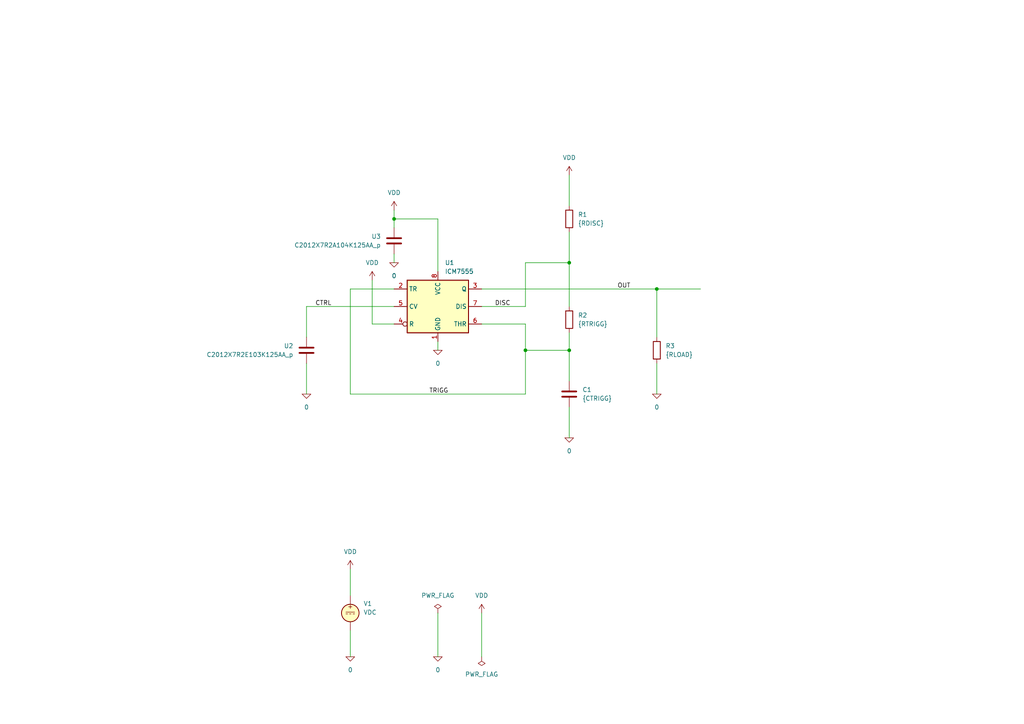
<source format=kicad_sch>
(kicad_sch
	(version 20231120)
	(generator "eeschema")
	(generator_version "8.0")
	(uuid "0836ce9d-48bc-478d-8c8a-463d3421876c")
	(paper "A4")
	(title_block
		(title "Square wave generator")
		(date "2024-09-09")
		(rev "2")
		(company "astroelectronic@")
		(comment 1 "-")
		(comment 2 "-")
		(comment 3 "-")
		(comment 4 "AE01004555")
	)
	(lib_symbols
		(symbol "ICM7555:0"
			(power)
			(pin_names
				(offset 0)
			)
			(exclude_from_sim no)
			(in_bom yes)
			(on_board yes)
			(property "Reference" "#GND"
				(at 0 -2.54 0)
				(effects
					(font
						(size 1.27 1.27)
					)
					(hide yes)
				)
			)
			(property "Value" "0"
				(at 0 -1.778 0)
				(effects
					(font
						(size 1.27 1.27)
					)
				)
			)
			(property "Footprint" ""
				(at 0 0 0)
				(effects
					(font
						(size 1.27 1.27)
					)
					(hide yes)
				)
			)
			(property "Datasheet" "~"
				(at 0 0 0)
				(effects
					(font
						(size 1.27 1.27)
					)
					(hide yes)
				)
			)
			(property "Description" "0V reference potential for simulation"
				(at 0 0 0)
				(effects
					(font
						(size 1.27 1.27)
					)
					(hide yes)
				)
			)
			(property "ki_keywords" "simulation"
				(at 0 0 0)
				(effects
					(font
						(size 1.27 1.27)
					)
					(hide yes)
				)
			)
			(symbol "0_0_1"
				(polyline
					(pts
						(xy -1.27 0) (xy 0 -1.27) (xy 1.27 0) (xy -1.27 0)
					)
					(stroke
						(width 0)
						(type default)
					)
					(fill
						(type none)
					)
				)
			)
			(symbol "0_1_1"
				(pin power_in line
					(at 0 0 0)
					(length 0) hide
					(name "0"
						(effects
							(font
								(size 1.016 1.016)
							)
						)
					)
					(number "1"
						(effects
							(font
								(size 1.016 1.016)
							)
						)
					)
				)
			)
		)
		(symbol "ICM7555:C"
			(pin_numbers hide)
			(pin_names
				(offset 0.254)
			)
			(exclude_from_sim no)
			(in_bom yes)
			(on_board yes)
			(property "Reference" "C"
				(at 0.635 2.54 0)
				(effects
					(font
						(size 1.27 1.27)
					)
					(justify left)
				)
			)
			(property "Value" "C"
				(at 0.635 -2.54 0)
				(effects
					(font
						(size 1.27 1.27)
					)
					(justify left)
				)
			)
			(property "Footprint" ""
				(at 0.9652 -3.81 0)
				(effects
					(font
						(size 1.27 1.27)
					)
					(hide yes)
				)
			)
			(property "Datasheet" "~"
				(at 0 0 0)
				(effects
					(font
						(size 1.27 1.27)
					)
					(hide yes)
				)
			)
			(property "Description" "Unpolarized capacitor"
				(at 0 0 0)
				(effects
					(font
						(size 1.27 1.27)
					)
					(hide yes)
				)
			)
			(property "ki_keywords" "cap capacitor"
				(at 0 0 0)
				(effects
					(font
						(size 1.27 1.27)
					)
					(hide yes)
				)
			)
			(property "ki_fp_filters" "C_*"
				(at 0 0 0)
				(effects
					(font
						(size 1.27 1.27)
					)
					(hide yes)
				)
			)
			(symbol "C_0_1"
				(polyline
					(pts
						(xy -2.032 -0.762) (xy 2.032 -0.762)
					)
					(stroke
						(width 0.508)
						(type default)
					)
					(fill
						(type none)
					)
				)
				(polyline
					(pts
						(xy -2.032 0.762) (xy 2.032 0.762)
					)
					(stroke
						(width 0.508)
						(type default)
					)
					(fill
						(type none)
					)
				)
			)
			(symbol "C_1_1"
				(pin passive line
					(at 0 3.81 270)
					(length 2.794)
					(name "~"
						(effects
							(font
								(size 1.27 1.27)
							)
						)
					)
					(number "1"
						(effects
							(font
								(size 1.27 1.27)
							)
						)
					)
				)
				(pin passive line
					(at 0 -3.81 90)
					(length 2.794)
					(name "~"
						(effects
							(font
								(size 1.27 1.27)
							)
						)
					)
					(number "2"
						(effects
							(font
								(size 1.27 1.27)
							)
						)
					)
				)
			)
		)
		(symbol "ICM7555:ICM7555"
			(exclude_from_sim no)
			(in_bom yes)
			(on_board yes)
			(property "Reference" "U"
				(at -10.16 8.89 0)
				(effects
					(font
						(size 1.27 1.27)
					)
					(justify left)
				)
			)
			(property "Value" "ICM7555"
				(at 2.54 8.89 0)
				(effects
					(font
						(size 1.27 1.27)
					)
					(justify left)
				)
			)
			(property "Footprint" "Package_SO:SOIC-8_3.9x4.9mm_P1.27mm"
				(at 21.59 -10.16 0)
				(effects
					(font
						(size 1.27 1.27)
					)
					(hide yes)
				)
			)
			(property "Datasheet" "http://www.intersil.com/content/dam/Intersil/documents/icm7/icm7555-56.pdf"
				(at 21.59 -10.16 0)
				(effects
					(font
						(size 1.27 1.27)
					)
					(hide yes)
				)
			)
			(property "Description" "CMOS General Purpose Timer, 555 compatible, SOIC-8. Simulation model"
				(at 0 0 0)
				(effects
					(font
						(size 1.27 1.27)
					)
					(hide yes)
				)
			)
			(property "ki_keywords" "single timer 555"
				(at 0 0 0)
				(effects
					(font
						(size 1.27 1.27)
					)
					(hide yes)
				)
			)
			(property "ki_fp_filters" "SOIC*3.9x4.9mm*P1.27mm*"
				(at 0 0 0)
				(effects
					(font
						(size 1.27 1.27)
					)
					(hide yes)
				)
			)
			(symbol "ICM7555_0_0"
				(pin power_in line
					(at 0 -10.16 90)
					(length 2.54)
					(name "GND"
						(effects
							(font
								(size 1.27 1.27)
							)
						)
					)
					(number "1"
						(effects
							(font
								(size 1.27 1.27)
							)
						)
					)
				)
				(pin power_in line
					(at 0 10.16 270)
					(length 2.54)
					(name "VCC"
						(effects
							(font
								(size 1.27 1.27)
							)
						)
					)
					(number "8"
						(effects
							(font
								(size 1.27 1.27)
							)
						)
					)
				)
			)
			(symbol "ICM7555_0_1"
				(rectangle
					(start -8.89 -7.62)
					(end 8.89 7.62)
					(stroke
						(width 0.254)
						(type default)
					)
					(fill
						(type background)
					)
				)
				(rectangle
					(start -8.89 -7.62)
					(end 8.89 7.62)
					(stroke
						(width 0.254)
						(type default)
					)
					(fill
						(type background)
					)
				)
			)
			(symbol "ICM7555_1_1"
				(pin input line
					(at -12.7 5.08 0)
					(length 3.81)
					(name "TR"
						(effects
							(font
								(size 1.27 1.27)
							)
						)
					)
					(number "2"
						(effects
							(font
								(size 1.27 1.27)
							)
						)
					)
				)
				(pin output line
					(at 12.7 5.08 180)
					(length 3.81)
					(name "Q"
						(effects
							(font
								(size 1.27 1.27)
							)
						)
					)
					(number "3"
						(effects
							(font
								(size 1.27 1.27)
							)
						)
					)
				)
				(pin input inverted
					(at -12.7 -5.08 0)
					(length 3.81)
					(name "R"
						(effects
							(font
								(size 1.27 1.27)
							)
						)
					)
					(number "4"
						(effects
							(font
								(size 1.27 1.27)
							)
						)
					)
				)
				(pin input line
					(at -12.7 0 0)
					(length 3.81)
					(name "CV"
						(effects
							(font
								(size 1.27 1.27)
							)
						)
					)
					(number "5"
						(effects
							(font
								(size 1.27 1.27)
							)
						)
					)
				)
				(pin input line
					(at 12.7 -5.08 180)
					(length 3.81)
					(name "THR"
						(effects
							(font
								(size 1.27 1.27)
							)
						)
					)
					(number "6"
						(effects
							(font
								(size 1.27 1.27)
							)
						)
					)
				)
				(pin input line
					(at 12.7 0 180)
					(length 3.81)
					(name "DIS"
						(effects
							(font
								(size 1.27 1.27)
							)
						)
					)
					(number "7"
						(effects
							(font
								(size 1.27 1.27)
							)
						)
					)
				)
			)
		)
		(symbol "ICM7555:PWR_FLAG"
			(power)
			(pin_numbers hide)
			(pin_names
				(offset 0) hide)
			(exclude_from_sim no)
			(in_bom yes)
			(on_board yes)
			(property "Reference" "#FLG"
				(at 0 1.905 0)
				(effects
					(font
						(size 1.27 1.27)
					)
					(hide yes)
				)
			)
			(property "Value" "PWR_FLAG"
				(at 0 3.81 0)
				(effects
					(font
						(size 1.27 1.27)
					)
				)
			)
			(property "Footprint" ""
				(at 0 0 0)
				(effects
					(font
						(size 1.27 1.27)
					)
					(hide yes)
				)
			)
			(property "Datasheet" "~"
				(at 0 0 0)
				(effects
					(font
						(size 1.27 1.27)
					)
					(hide yes)
				)
			)
			(property "Description" "Special symbol for telling ERC where power comes from"
				(at 0 0 0)
				(effects
					(font
						(size 1.27 1.27)
					)
					(hide yes)
				)
			)
			(property "ki_keywords" "flag power"
				(at 0 0 0)
				(effects
					(font
						(size 1.27 1.27)
					)
					(hide yes)
				)
			)
			(symbol "PWR_FLAG_0_0"
				(pin power_out line
					(at 0 0 90)
					(length 0)
					(name "pwr"
						(effects
							(font
								(size 1.27 1.27)
							)
						)
					)
					(number "1"
						(effects
							(font
								(size 1.27 1.27)
							)
						)
					)
				)
			)
			(symbol "PWR_FLAG_0_1"
				(polyline
					(pts
						(xy 0 0) (xy 0 1.27) (xy -1.016 1.905) (xy 0 2.54) (xy 1.016 1.905) (xy 0 1.27)
					)
					(stroke
						(width 0)
						(type default)
					)
					(fill
						(type none)
					)
				)
			)
		)
		(symbol "ICM7555:R"
			(pin_numbers hide)
			(pin_names
				(offset 0)
			)
			(exclude_from_sim no)
			(in_bom yes)
			(on_board yes)
			(property "Reference" "R"
				(at 2.032 0 90)
				(effects
					(font
						(size 1.27 1.27)
					)
				)
			)
			(property "Value" "R"
				(at 0 0 90)
				(effects
					(font
						(size 1.27 1.27)
					)
				)
			)
			(property "Footprint" ""
				(at -1.778 0 90)
				(effects
					(font
						(size 1.27 1.27)
					)
					(hide yes)
				)
			)
			(property "Datasheet" "~"
				(at 0 0 0)
				(effects
					(font
						(size 1.27 1.27)
					)
					(hide yes)
				)
			)
			(property "Description" "Resistor"
				(at 0 0 0)
				(effects
					(font
						(size 1.27 1.27)
					)
					(hide yes)
				)
			)
			(property "ki_keywords" "R res resistor"
				(at 0 0 0)
				(effects
					(font
						(size 1.27 1.27)
					)
					(hide yes)
				)
			)
			(property "ki_fp_filters" "R_*"
				(at 0 0 0)
				(effects
					(font
						(size 1.27 1.27)
					)
					(hide yes)
				)
			)
			(symbol "R_0_1"
				(rectangle
					(start -1.016 -2.54)
					(end 1.016 2.54)
					(stroke
						(width 0.254)
						(type default)
					)
					(fill
						(type none)
					)
				)
			)
			(symbol "R_1_1"
				(pin passive line
					(at 0 3.81 270)
					(length 1.27)
					(name "~"
						(effects
							(font
								(size 1.27 1.27)
							)
						)
					)
					(number "1"
						(effects
							(font
								(size 1.27 1.27)
							)
						)
					)
				)
				(pin passive line
					(at 0 -3.81 90)
					(length 1.27)
					(name "~"
						(effects
							(font
								(size 1.27 1.27)
							)
						)
					)
					(number "2"
						(effects
							(font
								(size 1.27 1.27)
							)
						)
					)
				)
			)
		)
		(symbol "ICM7555:VDC"
			(pin_numbers hide)
			(pin_names
				(offset 0.0254)
			)
			(exclude_from_sim no)
			(in_bom yes)
			(on_board yes)
			(property "Reference" "V"
				(at 2.54 2.54 0)
				(effects
					(font
						(size 1.27 1.27)
					)
					(justify left)
				)
			)
			(property "Value" "1"
				(at 2.54 0 0)
				(effects
					(font
						(size 1.27 1.27)
					)
					(justify left)
				)
			)
			(property "Footprint" ""
				(at 0 0 0)
				(effects
					(font
						(size 1.27 1.27)
					)
					(hide yes)
				)
			)
			(property "Datasheet" "~"
				(at 0 0 0)
				(effects
					(font
						(size 1.27 1.27)
					)
					(hide yes)
				)
			)
			(property "Description" "Voltage source, DC"
				(at 0 0 0)
				(effects
					(font
						(size 1.27 1.27)
					)
					(hide yes)
				)
			)
			(property "Sim.Pins" "1=+ 2=-"
				(at 0 0 0)
				(effects
					(font
						(size 1.27 1.27)
					)
					(hide yes)
				)
			)
			(property "Sim.Type" "DC"
				(at 0 0 0)
				(effects
					(font
						(size 1.27 1.27)
					)
					(hide yes)
				)
			)
			(property "Sim.Device" "V"
				(at 0 0 0)
				(effects
					(font
						(size 1.27 1.27)
					)
					(justify left)
					(hide yes)
				)
			)
			(property "Spice_Netlist_Enabled" "Y"
				(at 0 0 0)
				(effects
					(font
						(size 1.27 1.27)
					)
					(justify left)
					(hide yes)
				)
			)
			(property "ki_keywords" "simulation"
				(at 0 0 0)
				(effects
					(font
						(size 1.27 1.27)
					)
					(hide yes)
				)
			)
			(symbol "VDC_0_0"
				(polyline
					(pts
						(xy -1.27 0.254) (xy 1.27 0.254)
					)
					(stroke
						(width 0)
						(type default)
					)
					(fill
						(type none)
					)
				)
				(polyline
					(pts
						(xy -0.762 -0.254) (xy -1.27 -0.254)
					)
					(stroke
						(width 0)
						(type default)
					)
					(fill
						(type none)
					)
				)
				(polyline
					(pts
						(xy 0.254 -0.254) (xy -0.254 -0.254)
					)
					(stroke
						(width 0)
						(type default)
					)
					(fill
						(type none)
					)
				)
				(polyline
					(pts
						(xy 1.27 -0.254) (xy 0.762 -0.254)
					)
					(stroke
						(width 0)
						(type default)
					)
					(fill
						(type none)
					)
				)
				(text "+"
					(at 0 1.905 0)
					(effects
						(font
							(size 1.27 1.27)
						)
					)
				)
			)
			(symbol "VDC_0_1"
				(circle
					(center 0 0)
					(radius 2.54)
					(stroke
						(width 0.254)
						(type default)
					)
					(fill
						(type background)
					)
				)
			)
			(symbol "VDC_1_1"
				(pin passive line
					(at 0 5.08 270)
					(length 2.54)
					(name "~"
						(effects
							(font
								(size 1.27 1.27)
							)
						)
					)
					(number "1"
						(effects
							(font
								(size 1.27 1.27)
							)
						)
					)
				)
				(pin passive line
					(at 0 -5.08 90)
					(length 2.54)
					(name "~"
						(effects
							(font
								(size 1.27 1.27)
							)
						)
					)
					(number "2"
						(effects
							(font
								(size 1.27 1.27)
							)
						)
					)
				)
			)
		)
		(symbol "ICM7555:VDD"
			(power)
			(pin_names
				(offset 0)
			)
			(exclude_from_sim no)
			(in_bom yes)
			(on_board yes)
			(property "Reference" "#PWR"
				(at 0 -3.81 0)
				(effects
					(font
						(size 1.27 1.27)
					)
					(hide yes)
				)
			)
			(property "Value" "VDD"
				(at 0 3.81 0)
				(effects
					(font
						(size 1.27 1.27)
					)
				)
			)
			(property "Footprint" ""
				(at 0 0 0)
				(effects
					(font
						(size 1.27 1.27)
					)
					(hide yes)
				)
			)
			(property "Datasheet" ""
				(at 0 0 0)
				(effects
					(font
						(size 1.27 1.27)
					)
					(hide yes)
				)
			)
			(property "Description" "Power symbol creates a global label with name \"VDD\""
				(at 0 0 0)
				(effects
					(font
						(size 1.27 1.27)
					)
					(hide yes)
				)
			)
			(property "ki_keywords" "global power"
				(at 0 0 0)
				(effects
					(font
						(size 1.27 1.27)
					)
					(hide yes)
				)
			)
			(symbol "VDD_0_1"
				(polyline
					(pts
						(xy -0.762 1.27) (xy 0 2.54)
					)
					(stroke
						(width 0)
						(type default)
					)
					(fill
						(type none)
					)
				)
				(polyline
					(pts
						(xy 0 0) (xy 0 2.54)
					)
					(stroke
						(width 0)
						(type default)
					)
					(fill
						(type none)
					)
				)
				(polyline
					(pts
						(xy 0 2.54) (xy 0.762 1.27)
					)
					(stroke
						(width 0)
						(type default)
					)
					(fill
						(type none)
					)
				)
			)
			(symbol "VDD_1_1"
				(pin power_in line
					(at 0 0 90)
					(length 0) hide
					(name "VDD"
						(effects
							(font
								(size 1.27 1.27)
							)
						)
					)
					(number "1"
						(effects
							(font
								(size 1.27 1.27)
							)
						)
					)
				)
			)
		)
	)
	(junction
		(at 152.4 101.6)
		(diameter 0)
		(color 0 0 0 0)
		(uuid "5bfc8f71-78fc-4616-94c4-ec5ac5efa90e")
	)
	(junction
		(at 165.1 76.2)
		(diameter 0)
		(color 0 0 0 0)
		(uuid "6de3ad4e-5955-426e-bf55-8b98b6626e3c")
	)
	(junction
		(at 114.3 63.5)
		(diameter 0)
		(color 0 0 0 0)
		(uuid "ec481fb8-29da-4d05-a953-b7eef85150c9")
	)
	(junction
		(at 165.1 101.6)
		(diameter 0)
		(color 0 0 0 0)
		(uuid "f3073a3d-a643-44b7-bb45-053f28f6d659")
	)
	(junction
		(at 190.5 83.82)
		(diameter 0)
		(color 0 0 0 0)
		(uuid "fff76374-850c-45ac-a1b8-f374083fdb18")
	)
	(wire
		(pts
			(xy 139.7 177.8) (xy 139.7 190.5)
		)
		(stroke
			(width 0)
			(type default)
		)
		(uuid "156c5eae-dd6a-45e0-9de0-b367556b8f67")
	)
	(wire
		(pts
			(xy 165.1 101.6) (xy 165.1 110.49)
		)
		(stroke
			(width 0)
			(type default)
		)
		(uuid "1b601d8b-dbca-44d5-900d-22995022a060")
	)
	(wire
		(pts
			(xy 165.1 67.31) (xy 165.1 76.2)
		)
		(stroke
			(width 0)
			(type default)
		)
		(uuid "25aea0ed-03f8-423a-aecb-0f37b35e3d8b")
	)
	(wire
		(pts
			(xy 127 99.06) (xy 127 101.6)
		)
		(stroke
			(width 0)
			(type default)
		)
		(uuid "42a077d4-70b6-4d69-ba6f-9a0765305212")
	)
	(wire
		(pts
			(xy 152.4 93.98) (xy 139.7 93.98)
		)
		(stroke
			(width 0)
			(type default)
		)
		(uuid "45177abf-a115-4f32-9252-b93b2012e14f")
	)
	(wire
		(pts
			(xy 114.3 83.82) (xy 101.6 83.82)
		)
		(stroke
			(width 0)
			(type default)
		)
		(uuid "4783fc11-4c90-4f89-8828-f9b1644be9dd")
	)
	(wire
		(pts
			(xy 114.3 60.96) (xy 114.3 63.5)
		)
		(stroke
			(width 0)
			(type default)
		)
		(uuid "4d525d0e-80d9-4b7c-b518-26d8466fe972")
	)
	(wire
		(pts
			(xy 165.1 50.8) (xy 165.1 59.69)
		)
		(stroke
			(width 0)
			(type default)
		)
		(uuid "4f0d0930-12ec-4595-b0a4-ca3128db6557")
	)
	(wire
		(pts
			(xy 107.95 81.28) (xy 107.95 93.98)
		)
		(stroke
			(width 0)
			(type default)
		)
		(uuid "50089e93-3c28-40ea-9824-4cdb7f966b32")
	)
	(wire
		(pts
			(xy 190.5 83.82) (xy 190.5 97.79)
		)
		(stroke
			(width 0)
			(type default)
		)
		(uuid "57aa31e3-1183-497b-99b4-86d395185ccf")
	)
	(wire
		(pts
			(xy 152.4 101.6) (xy 165.1 101.6)
		)
		(stroke
			(width 0)
			(type default)
		)
		(uuid "5da07e68-4213-42ae-8d5f-65ae7e18ce13")
	)
	(wire
		(pts
			(xy 101.6 114.3) (xy 152.4 114.3)
		)
		(stroke
			(width 0)
			(type default)
		)
		(uuid "6034e17c-b969-4f58-92b6-2c1718cddae7")
	)
	(wire
		(pts
			(xy 152.4 88.9) (xy 139.7 88.9)
		)
		(stroke
			(width 0)
			(type default)
		)
		(uuid "6120b3ad-c3c2-4e7a-9819-682b58652356")
	)
	(wire
		(pts
			(xy 190.5 105.41) (xy 190.5 114.3)
		)
		(stroke
			(width 0)
			(type default)
		)
		(uuid "66f3b023-340c-4e3a-994b-02e2be40d415")
	)
	(wire
		(pts
			(xy 190.5 83.82) (xy 203.2 83.82)
		)
		(stroke
			(width 0)
			(type default)
		)
		(uuid "68c25df0-5772-450e-8c29-4937d329d786")
	)
	(wire
		(pts
			(xy 114.3 63.5) (xy 127 63.5)
		)
		(stroke
			(width 0)
			(type default)
		)
		(uuid "6cd18d1a-ec87-4ada-8922-97a0c7549a50")
	)
	(wire
		(pts
			(xy 101.6 83.82) (xy 101.6 114.3)
		)
		(stroke
			(width 0)
			(type default)
		)
		(uuid "6e696923-11a5-4cbc-ba9d-356377a7cbe9")
	)
	(wire
		(pts
			(xy 114.3 63.5) (xy 114.3 66.04)
		)
		(stroke
			(width 0)
			(type default)
		)
		(uuid "72f41a06-732f-433f-906a-c7b19ed53e08")
	)
	(wire
		(pts
			(xy 88.9 97.79) (xy 88.9 88.9)
		)
		(stroke
			(width 0)
			(type default)
		)
		(uuid "7759ee71-a47e-4423-bc9f-458ba95830f6")
	)
	(wire
		(pts
			(xy 88.9 105.41) (xy 88.9 114.3)
		)
		(stroke
			(width 0)
			(type default)
		)
		(uuid "9180624c-677c-4c8b-9a22-e3e2c052ab95")
	)
	(wire
		(pts
			(xy 101.6 182.88) (xy 101.6 190.5)
		)
		(stroke
			(width 0)
			(type default)
		)
		(uuid "9465433c-2150-41f0-a3e9-30ac8f625a8d")
	)
	(wire
		(pts
			(xy 165.1 101.6) (xy 165.1 96.52)
		)
		(stroke
			(width 0)
			(type default)
		)
		(uuid "ad8b2362-ba98-4366-ae6f-36d53e64bac2")
	)
	(wire
		(pts
			(xy 101.6 165.1) (xy 101.6 172.72)
		)
		(stroke
			(width 0)
			(type default)
		)
		(uuid "b813891c-d1ec-4525-8b24-3709e6af1568")
	)
	(wire
		(pts
			(xy 127 177.8) (xy 127 190.5)
		)
		(stroke
			(width 0)
			(type default)
		)
		(uuid "b879b7af-2597-437a-a300-36f3c34d4c8e")
	)
	(wire
		(pts
			(xy 88.9 88.9) (xy 114.3 88.9)
		)
		(stroke
			(width 0)
			(type default)
		)
		(uuid "ba3d9e7e-9043-490b-b644-aadc962bcaa7")
	)
	(wire
		(pts
			(xy 114.3 93.98) (xy 107.95 93.98)
		)
		(stroke
			(width 0)
			(type default)
		)
		(uuid "cddcca77-9318-4259-badd-2555d0de48a3")
	)
	(wire
		(pts
			(xy 152.4 76.2) (xy 152.4 88.9)
		)
		(stroke
			(width 0)
			(type default)
		)
		(uuid "d051fdb6-b70d-4b0c-b4bb-90759c63dfab")
	)
	(wire
		(pts
			(xy 139.7 83.82) (xy 190.5 83.82)
		)
		(stroke
			(width 0)
			(type default)
		)
		(uuid "d3df8779-3bc4-4fb4-9930-ae1bc07e1da2")
	)
	(wire
		(pts
			(xy 165.1 118.11) (xy 165.1 127)
		)
		(stroke
			(width 0)
			(type default)
		)
		(uuid "ddf448d3-1029-4f79-a318-e56890365650")
	)
	(wire
		(pts
			(xy 165.1 76.2) (xy 165.1 88.9)
		)
		(stroke
			(width 0)
			(type default)
		)
		(uuid "e5903ed8-42f9-4dbf-925e-66a4bcc36fd2")
	)
	(wire
		(pts
			(xy 152.4 114.3) (xy 152.4 101.6)
		)
		(stroke
			(width 0)
			(type default)
		)
		(uuid "e9097b5e-ad41-4596-9ac9-1affc07f4e58")
	)
	(wire
		(pts
			(xy 127 78.74) (xy 127 63.5)
		)
		(stroke
			(width 0)
			(type default)
		)
		(uuid "f37e3d4e-4973-46a1-a8b4-4d248c693c5c")
	)
	(wire
		(pts
			(xy 152.4 101.6) (xy 152.4 93.98)
		)
		(stroke
			(width 0)
			(type default)
		)
		(uuid "f78972d8-ad7d-44eb-afaa-c26ab8aee9db")
	)
	(wire
		(pts
			(xy 114.3 73.66) (xy 114.3 76.2)
		)
		(stroke
			(width 0)
			(type default)
		)
		(uuid "fbfca29e-1d33-43e1-8f3c-a95bcb695b31")
	)
	(wire
		(pts
			(xy 165.1 76.2) (xy 152.4 76.2)
		)
		(stroke
			(width 0)
			(type default)
		)
		(uuid "ff83da79-fe12-4f1c-b52a-31f59002cc07")
	)
	(label "DISC"
		(at 143.51 88.9 0)
		(fields_autoplaced yes)
		(effects
			(font
				(size 1.27 1.27)
			)
			(justify left bottom)
		)
		(uuid "6e535856-f14b-47e9-8a61-f6c1f68edd63")
	)
	(label "OUT"
		(at 179.07 83.82 0)
		(fields_autoplaced yes)
		(effects
			(font
				(size 1.27 1.27)
			)
			(justify left bottom)
		)
		(uuid "c616a952-1620-410d-8472-41faf66da343")
	)
	(label "TRIGG"
		(at 124.46 114.3 0)
		(fields_autoplaced yes)
		(effects
			(font
				(size 1.27 1.27)
			)
			(justify left bottom)
		)
		(uuid "d793d778-e09e-4260-9647-3b577f995ae3")
	)
	(label "CTRL"
		(at 91.44 88.9 0)
		(fields_autoplaced yes)
		(effects
			(font
				(size 1.27 1.27)
			)
			(justify left bottom)
		)
		(uuid "e94f2832-d541-4a20-8da5-869e84d90c1e")
	)
	(symbol
		(lib_id "ICM7555:0")
		(at 127 190.5 0)
		(unit 1)
		(exclude_from_sim no)
		(in_bom yes)
		(on_board yes)
		(dnp no)
		(fields_autoplaced yes)
		(uuid "018f8ac0-c3f1-4e50-afb3-a05bbdfe0a03")
		(property "Reference" "#GND0104"
			(at 127 193.04 0)
			(effects
				(font
					(size 1.27 1.27)
				)
				(hide yes)
			)
		)
		(property "Value" "0"
			(at 127 194.31 0)
			(effects
				(font
					(size 1.27 1.27)
				)
			)
		)
		(property "Footprint" ""
			(at 127 190.5 0)
			(effects
				(font
					(size 1.27 1.27)
				)
				(hide yes)
			)
		)
		(property "Datasheet" "~"
			(at 127 190.5 0)
			(effects
				(font
					(size 1.27 1.27)
				)
				(hide yes)
			)
		)
		(property "Description" ""
			(at 127 190.5 0)
			(effects
				(font
					(size 1.27 1.27)
				)
				(hide yes)
			)
		)
		(pin "1"
			(uuid "1e470c8d-0879-43ec-8703-5ca8d490d196")
		)
		(instances
			(project ""
				(path "/0836ce9d-48bc-478d-8c8a-463d3421876c"
					(reference "#GND0104")
					(unit 1)
				)
			)
		)
	)
	(symbol
		(lib_id "ICM7555:0")
		(at 127 101.6 0)
		(unit 1)
		(exclude_from_sim no)
		(in_bom yes)
		(on_board yes)
		(dnp no)
		(fields_autoplaced yes)
		(uuid "24a62bfe-4d5f-4f26-b606-f582714d0ed0")
		(property "Reference" "#GND0103"
			(at 127 104.14 0)
			(effects
				(font
					(size 1.27 1.27)
				)
				(hide yes)
			)
		)
		(property "Value" "0"
			(at 127 105.41 0)
			(effects
				(font
					(size 1.27 1.27)
				)
			)
		)
		(property "Footprint" ""
			(at 127 101.6 0)
			(effects
				(font
					(size 1.27 1.27)
				)
				(hide yes)
			)
		)
		(property "Datasheet" "~"
			(at 127 101.6 0)
			(effects
				(font
					(size 1.27 1.27)
				)
				(hide yes)
			)
		)
		(property "Description" ""
			(at 127 101.6 0)
			(effects
				(font
					(size 1.27 1.27)
				)
				(hide yes)
			)
		)
		(pin "1"
			(uuid "08d28983-010e-48d8-852d-a824afd93fb7")
		)
		(instances
			(project ""
				(path "/0836ce9d-48bc-478d-8c8a-463d3421876c"
					(reference "#GND0103")
					(unit 1)
				)
			)
		)
	)
	(symbol
		(lib_id "ICM7555:0")
		(at 88.9 114.3 0)
		(unit 1)
		(exclude_from_sim no)
		(in_bom yes)
		(on_board yes)
		(dnp no)
		(fields_autoplaced yes)
		(uuid "37a5c75c-d00e-4f4a-9602-2521c152d3f7")
		(property "Reference" "#GND0106"
			(at 88.9 116.84 0)
			(effects
				(font
					(size 1.27 1.27)
				)
				(hide yes)
			)
		)
		(property "Value" "0"
			(at 88.9 118.11 0)
			(effects
				(font
					(size 1.27 1.27)
				)
			)
		)
		(property "Footprint" ""
			(at 88.9 114.3 0)
			(effects
				(font
					(size 1.27 1.27)
				)
				(hide yes)
			)
		)
		(property "Datasheet" "~"
			(at 88.9 114.3 0)
			(effects
				(font
					(size 1.27 1.27)
				)
				(hide yes)
			)
		)
		(property "Description" ""
			(at 88.9 114.3 0)
			(effects
				(font
					(size 1.27 1.27)
				)
				(hide yes)
			)
		)
		(pin "1"
			(uuid "3046b99f-f7a3-49b8-8089-b421b6e57f8d")
		)
		(instances
			(project ""
				(path "/0836ce9d-48bc-478d-8c8a-463d3421876c"
					(reference "#GND0106")
					(unit 1)
				)
			)
		)
	)
	(symbol
		(lib_id "ICM7555:VDD")
		(at 101.6 165.1 0)
		(unit 1)
		(exclude_from_sim no)
		(in_bom yes)
		(on_board yes)
		(dnp no)
		(fields_autoplaced yes)
		(uuid "41fa19dc-d32c-4363-935c-80a0b2658723")
		(property "Reference" "#PWR0104"
			(at 101.6 168.91 0)
			(effects
				(font
					(size 1.27 1.27)
				)
				(hide yes)
			)
		)
		(property "Value" "VDD"
			(at 101.6 160.02 0)
			(effects
				(font
					(size 1.27 1.27)
				)
			)
		)
		(property "Footprint" ""
			(at 101.6 165.1 0)
			(effects
				(font
					(size 1.27 1.27)
				)
				(hide yes)
			)
		)
		(property "Datasheet" ""
			(at 101.6 165.1 0)
			(effects
				(font
					(size 1.27 1.27)
				)
				(hide yes)
			)
		)
		(property "Description" ""
			(at 101.6 165.1 0)
			(effects
				(font
					(size 1.27 1.27)
				)
				(hide yes)
			)
		)
		(pin "1"
			(uuid "878f6b06-8744-4027-b89c-31b07411903c")
		)
		(instances
			(project ""
				(path "/0836ce9d-48bc-478d-8c8a-463d3421876c"
					(reference "#PWR0104")
					(unit 1)
				)
			)
		)
	)
	(symbol
		(lib_id "ICM7555:0")
		(at 101.6 190.5 0)
		(unit 1)
		(exclude_from_sim no)
		(in_bom yes)
		(on_board yes)
		(dnp no)
		(fields_autoplaced yes)
		(uuid "46cff79e-54bf-4790-9203-ebc573d85e62")
		(property "Reference" "#GND0105"
			(at 101.6 193.04 0)
			(effects
				(font
					(size 1.27 1.27)
				)
				(hide yes)
			)
		)
		(property "Value" "0"
			(at 101.6 194.31 0)
			(effects
				(font
					(size 1.27 1.27)
				)
			)
		)
		(property "Footprint" ""
			(at 101.6 190.5 0)
			(effects
				(font
					(size 1.27 1.27)
				)
				(hide yes)
			)
		)
		(property "Datasheet" "~"
			(at 101.6 190.5 0)
			(effects
				(font
					(size 1.27 1.27)
				)
				(hide yes)
			)
		)
		(property "Description" ""
			(at 101.6 190.5 0)
			(effects
				(font
					(size 1.27 1.27)
				)
				(hide yes)
			)
		)
		(pin "1"
			(uuid "c7b36c50-1f6a-495b-9f58-f98bf9c58bb1")
		)
		(instances
			(project ""
				(path "/0836ce9d-48bc-478d-8c8a-463d3421876c"
					(reference "#GND0105")
					(unit 1)
				)
			)
		)
	)
	(symbol
		(lib_id "ICM7555:C")
		(at 88.9 101.6 0)
		(unit 1)
		(exclude_from_sim no)
		(in_bom yes)
		(on_board yes)
		(dnp no)
		(fields_autoplaced yes)
		(uuid "470729ac-2949-4deb-9794-f07203a8c981")
		(property "Reference" "U2"
			(at 85.09 100.3299 0)
			(effects
				(font
					(size 1.27 1.27)
				)
				(justify right)
			)
		)
		(property "Value" "C2012X7R2E103K125AA_p"
			(at 85.09 102.8699 0)
			(effects
				(font
					(size 1.27 1.27)
				)
				(justify right)
			)
		)
		(property "Footprint" ""
			(at 89.8652 105.41 0)
			(effects
				(font
					(size 1.27 1.27)
				)
				(hide yes)
			)
		)
		(property "Datasheet" "~"
			(at 88.9 101.6 0)
			(effects
				(font
					(size 1.27 1.27)
				)
				(hide yes)
			)
		)
		(property "Description" ""
			(at 88.9 101.6 0)
			(effects
				(font
					(size 1.27 1.27)
				)
				(hide yes)
			)
		)
		(property "Sim.Device" "SUBCKT"
			(at 88.9 101.6 0)
			(effects
				(font
					(size 1.27 1.27)
				)
				(hide yes)
			)
		)
		(property "Sim.Pins" "1=n1 2=n2"
			(at 0 0 0)
			(effects
				(font
					(size 1.27 1.27)
				)
				(hide yes)
			)
		)
		(property "Sim.Library" "C:\\AE\\ICM7555\\_models\\C2012X7R2E103K125AA_p.mod"
			(at 88.9 101.6 0)
			(effects
				(font
					(size 1.27 1.27)
				)
				(hide yes)
			)
		)
		(property "Sim.Name" "C2012X7R2E103K125AA_p"
			(at 88.9 101.6 0)
			(effects
				(font
					(size 1.27 1.27)
				)
				(hide yes)
			)
		)
		(pin "1"
			(uuid "999b41ec-3e48-4625-b723-e92e61b3c3c2")
		)
		(pin "2"
			(uuid "e10bede6-abbd-4d82-a51d-6a67c827f0c0")
		)
		(instances
			(project ""
				(path "/0836ce9d-48bc-478d-8c8a-463d3421876c"
					(reference "U2")
					(unit 1)
				)
			)
		)
	)
	(symbol
		(lib_id "ICM7555:PWR_FLAG")
		(at 139.7 190.5 180)
		(unit 1)
		(exclude_from_sim no)
		(in_bom yes)
		(on_board yes)
		(dnp no)
		(fields_autoplaced yes)
		(uuid "51ebf213-6ae0-4306-a055-0ccb47cac0dd")
		(property "Reference" "#FLG0101"
			(at 139.7 192.405 0)
			(effects
				(font
					(size 1.27 1.27)
				)
				(hide yes)
			)
		)
		(property "Value" "PWR_FLAG"
			(at 139.7 195.58 0)
			(effects
				(font
					(size 1.27 1.27)
				)
			)
		)
		(property "Footprint" ""
			(at 139.7 190.5 0)
			(effects
				(font
					(size 1.27 1.27)
				)
				(hide yes)
			)
		)
		(property "Datasheet" "~"
			(at 139.7 190.5 0)
			(effects
				(font
					(size 1.27 1.27)
				)
				(hide yes)
			)
		)
		(property "Description" ""
			(at 139.7 190.5 0)
			(effects
				(font
					(size 1.27 1.27)
				)
				(hide yes)
			)
		)
		(pin "1"
			(uuid "389494c0-6b0b-42a8-9a5a-bcc7120a9d69")
		)
		(instances
			(project ""
				(path "/0836ce9d-48bc-478d-8c8a-463d3421876c"
					(reference "#FLG0101")
					(unit 1)
				)
			)
		)
	)
	(symbol
		(lib_id "ICM7555:VDD")
		(at 107.95 81.28 0)
		(unit 1)
		(exclude_from_sim no)
		(in_bom yes)
		(on_board yes)
		(dnp no)
		(fields_autoplaced yes)
		(uuid "60fbb50a-02d7-4c36-a1f2-4a96ebbf6f73")
		(property "Reference" "#PWR0105"
			(at 107.95 85.09 0)
			(effects
				(font
					(size 1.27 1.27)
				)
				(hide yes)
			)
		)
		(property "Value" "VDD"
			(at 107.95 76.2 0)
			(effects
				(font
					(size 1.27 1.27)
				)
			)
		)
		(property "Footprint" ""
			(at 107.95 81.28 0)
			(effects
				(font
					(size 1.27 1.27)
				)
				(hide yes)
			)
		)
		(property "Datasheet" ""
			(at 107.95 81.28 0)
			(effects
				(font
					(size 1.27 1.27)
				)
				(hide yes)
			)
		)
		(property "Description" ""
			(at 107.95 81.28 0)
			(effects
				(font
					(size 1.27 1.27)
				)
				(hide yes)
			)
		)
		(pin "1"
			(uuid "8237cfc5-a4c1-4fc2-b5d8-18f35b3df537")
		)
		(instances
			(project ""
				(path "/0836ce9d-48bc-478d-8c8a-463d3421876c"
					(reference "#PWR0105")
					(unit 1)
				)
			)
		)
	)
	(symbol
		(lib_id "ICM7555:0")
		(at 165.1 127 0)
		(unit 1)
		(exclude_from_sim no)
		(in_bom yes)
		(on_board yes)
		(dnp no)
		(fields_autoplaced yes)
		(uuid "61a919e6-1384-42bf-93a9-5ac6bc5642fc")
		(property "Reference" "#GND0102"
			(at 165.1 129.54 0)
			(effects
				(font
					(size 1.27 1.27)
				)
				(hide yes)
			)
		)
		(property "Value" "0"
			(at 165.1 130.81 0)
			(effects
				(font
					(size 1.27 1.27)
				)
			)
		)
		(property "Footprint" ""
			(at 165.1 127 0)
			(effects
				(font
					(size 1.27 1.27)
				)
				(hide yes)
			)
		)
		(property "Datasheet" "~"
			(at 165.1 127 0)
			(effects
				(font
					(size 1.27 1.27)
				)
				(hide yes)
			)
		)
		(property "Description" ""
			(at 165.1 127 0)
			(effects
				(font
					(size 1.27 1.27)
				)
				(hide yes)
			)
		)
		(pin "1"
			(uuid "6b50e64c-f33c-4e03-9452-03c2aac5c68c")
		)
		(instances
			(project ""
				(path "/0836ce9d-48bc-478d-8c8a-463d3421876c"
					(reference "#GND0102")
					(unit 1)
				)
			)
		)
	)
	(symbol
		(lib_id "ICM7555:C")
		(at 165.1 114.3 0)
		(unit 1)
		(exclude_from_sim no)
		(in_bom yes)
		(on_board yes)
		(dnp no)
		(fields_autoplaced yes)
		(uuid "6888c025-a26f-4641-8c46-76830349adb8")
		(property "Reference" "C1"
			(at 168.91 113.0299 0)
			(effects
				(font
					(size 1.27 1.27)
				)
				(justify left)
			)
		)
		(property "Value" "{CTRIGG}"
			(at 168.91 115.5699 0)
			(effects
				(font
					(size 1.27 1.27)
				)
				(justify left)
			)
		)
		(property "Footprint" ""
			(at 166.0652 118.11 0)
			(effects
				(font
					(size 1.27 1.27)
				)
				(hide yes)
			)
		)
		(property "Datasheet" "~"
			(at 165.1 114.3 0)
			(effects
				(font
					(size 1.27 1.27)
				)
				(hide yes)
			)
		)
		(property "Description" ""
			(at 165.1 114.3 0)
			(effects
				(font
					(size 1.27 1.27)
				)
				(hide yes)
			)
		)
		(pin "1"
			(uuid "340f3444-2a3e-41d9-ae3f-28dc3a859073")
		)
		(pin "2"
			(uuid "f175a69f-fcf0-45e8-b08f-08133aba0341")
		)
		(instances
			(project ""
				(path "/0836ce9d-48bc-478d-8c8a-463d3421876c"
					(reference "C1")
					(unit 1)
				)
			)
		)
	)
	(symbol
		(lib_id "ICM7555:VDD")
		(at 139.7 177.8 0)
		(unit 1)
		(exclude_from_sim no)
		(in_bom yes)
		(on_board yes)
		(dnp no)
		(fields_autoplaced yes)
		(uuid "6cea4f6f-b2ee-461e-bec2-0f378b64e618")
		(property "Reference" "#PWR0103"
			(at 139.7 181.61 0)
			(effects
				(font
					(size 1.27 1.27)
				)
				(hide yes)
			)
		)
		(property "Value" "VDD"
			(at 139.7 172.72 0)
			(effects
				(font
					(size 1.27 1.27)
				)
			)
		)
		(property "Footprint" ""
			(at 139.7 177.8 0)
			(effects
				(font
					(size 1.27 1.27)
				)
				(hide yes)
			)
		)
		(property "Datasheet" ""
			(at 139.7 177.8 0)
			(effects
				(font
					(size 1.27 1.27)
				)
				(hide yes)
			)
		)
		(property "Description" ""
			(at 139.7 177.8 0)
			(effects
				(font
					(size 1.27 1.27)
				)
				(hide yes)
			)
		)
		(pin "1"
			(uuid "15c41188-47a3-48d4-b072-2ca6bd4f9077")
		)
		(instances
			(project ""
				(path "/0836ce9d-48bc-478d-8c8a-463d3421876c"
					(reference "#PWR0103")
					(unit 1)
				)
			)
		)
	)
	(symbol
		(lib_id "ICM7555:R")
		(at 190.5 101.6 0)
		(unit 1)
		(exclude_from_sim no)
		(in_bom yes)
		(on_board yes)
		(dnp no)
		(fields_autoplaced yes)
		(uuid "7f1bfefa-434d-4d0e-8384-b65a388cd968")
		(property "Reference" "R3"
			(at 193.04 100.3299 0)
			(effects
				(font
					(size 1.27 1.27)
				)
				(justify left)
			)
		)
		(property "Value" "{RLOAD}"
			(at 193.04 102.8699 0)
			(effects
				(font
					(size 1.27 1.27)
				)
				(justify left)
			)
		)
		(property "Footprint" ""
			(at 188.722 101.6 90)
			(effects
				(font
					(size 1.27 1.27)
				)
				(hide yes)
			)
		)
		(property "Datasheet" "~"
			(at 190.5 101.6 0)
			(effects
				(font
					(size 1.27 1.27)
				)
				(hide yes)
			)
		)
		(property "Description" ""
			(at 190.5 101.6 0)
			(effects
				(font
					(size 1.27 1.27)
				)
				(hide yes)
			)
		)
		(pin "1"
			(uuid "1eeb504e-37e2-48c8-8080-54c0cce05bf5")
		)
		(pin "2"
			(uuid "bbeeab85-86a5-462b-b0e3-8e3bafcd5ac3")
		)
		(instances
			(project ""
				(path "/0836ce9d-48bc-478d-8c8a-463d3421876c"
					(reference "R3")
					(unit 1)
				)
			)
		)
	)
	(symbol
		(lib_id "ICM7555:R")
		(at 165.1 92.71 0)
		(unit 1)
		(exclude_from_sim no)
		(in_bom yes)
		(on_board yes)
		(dnp no)
		(fields_autoplaced yes)
		(uuid "99a01b20-e0d6-4ddd-a54c-522a5ddc8eb2")
		(property "Reference" "R2"
			(at 167.64 91.4399 0)
			(effects
				(font
					(size 1.27 1.27)
				)
				(justify left)
			)
		)
		(property "Value" "{RTRIGG}"
			(at 167.64 93.9799 0)
			(effects
				(font
					(size 1.27 1.27)
				)
				(justify left)
			)
		)
		(property "Footprint" ""
			(at 163.322 92.71 90)
			(effects
				(font
					(size 1.27 1.27)
				)
				(hide yes)
			)
		)
		(property "Datasheet" "~"
			(at 165.1 92.71 0)
			(effects
				(font
					(size 1.27 1.27)
				)
				(hide yes)
			)
		)
		(property "Description" ""
			(at 165.1 92.71 0)
			(effects
				(font
					(size 1.27 1.27)
				)
				(hide yes)
			)
		)
		(pin "1"
			(uuid "83d40f86-2b27-4e9b-ae16-566127221dfd")
		)
		(pin "2"
			(uuid "c7cdf521-b4f5-4140-b3f4-931a9f41e35c")
		)
		(instances
			(project ""
				(path "/0836ce9d-48bc-478d-8c8a-463d3421876c"
					(reference "R2")
					(unit 1)
				)
			)
		)
	)
	(symbol
		(lib_id "ICM7555:C")
		(at 114.3 69.85 0)
		(unit 1)
		(exclude_from_sim no)
		(in_bom yes)
		(on_board yes)
		(dnp no)
		(fields_autoplaced yes)
		(uuid "ac0b5f8e-2de2-4e43-bd76-205da0534fb3")
		(property "Reference" "U3"
			(at 110.49 68.5799 0)
			(effects
				(font
					(size 1.27 1.27)
				)
				(justify right)
			)
		)
		(property "Value" "C2012X7R2A104K125AA_p"
			(at 110.49 71.1199 0)
			(effects
				(font
					(size 1.27 1.27)
				)
				(justify right)
			)
		)
		(property "Footprint" ""
			(at 115.2652 73.66 0)
			(effects
				(font
					(size 1.27 1.27)
				)
				(hide yes)
			)
		)
		(property "Datasheet" "~"
			(at 114.3 69.85 0)
			(effects
				(font
					(size 1.27 1.27)
				)
				(hide yes)
			)
		)
		(property "Description" ""
			(at 114.3 69.85 0)
			(effects
				(font
					(size 1.27 1.27)
				)
				(hide yes)
			)
		)
		(property "Sim.Device" "SUBCKT"
			(at 114.3 69.85 0)
			(effects
				(font
					(size 1.27 1.27)
				)
				(hide yes)
			)
		)
		(property "Sim.Pins" "1=n1 2=n2"
			(at 0 0 0)
			(effects
				(font
					(size 1.27 1.27)
				)
				(hide yes)
			)
		)
		(property "Sim.Library" "C:\\AE\\ICM7555\\_models\\C2012X7R2A104K125AA_p.mod"
			(at 114.3 69.85 0)
			(effects
				(font
					(size 1.27 1.27)
				)
				(hide yes)
			)
		)
		(property "Sim.Name" "C2012X7R2A104K125AA_p"
			(at 114.3 69.85 0)
			(effects
				(font
					(size 1.27 1.27)
				)
				(hide yes)
			)
		)
		(pin "1"
			(uuid "222a678f-be7f-47f9-9720-936da1a08720")
		)
		(pin "2"
			(uuid "0e6a8109-f98b-4898-9ba1-b6f1aa712708")
		)
		(instances
			(project ""
				(path "/0836ce9d-48bc-478d-8c8a-463d3421876c"
					(reference "U3")
					(unit 1)
				)
			)
		)
	)
	(symbol
		(lib_id "ICM7555:0")
		(at 114.3 76.2 0)
		(unit 1)
		(exclude_from_sim no)
		(in_bom yes)
		(on_board yes)
		(dnp no)
		(fields_autoplaced yes)
		(uuid "acba3e86-46db-4972-b3cb-26b6acf757e8")
		(property "Reference" "#GND02"
			(at 114.3 78.74 0)
			(effects
				(font
					(size 1.27 1.27)
				)
				(hide yes)
			)
		)
		(property "Value" "0"
			(at 114.3 80.01 0)
			(effects
				(font
					(size 1.27 1.27)
				)
			)
		)
		(property "Footprint" ""
			(at 114.3 76.2 0)
			(effects
				(font
					(size 1.27 1.27)
				)
				(hide yes)
			)
		)
		(property "Datasheet" "~"
			(at 114.3 76.2 0)
			(effects
				(font
					(size 1.27 1.27)
				)
				(hide yes)
			)
		)
		(property "Description" ""
			(at 114.3 76.2 0)
			(effects
				(font
					(size 1.27 1.27)
				)
				(hide yes)
			)
		)
		(pin "1"
			(uuid "33c1e80e-2854-4776-ab9e-c0cb67b625aa")
		)
		(instances
			(project ""
				(path "/0836ce9d-48bc-478d-8c8a-463d3421876c"
					(reference "#GND02")
					(unit 1)
				)
			)
		)
	)
	(symbol
		(lib_id "ICM7555:ICM7555")
		(at 127 88.9 0)
		(unit 1)
		(exclude_from_sim no)
		(in_bom yes)
		(on_board yes)
		(dnp no)
		(fields_autoplaced yes)
		(uuid "b2dc5657-a7fe-491d-b2b2-379977a67c81")
		(property "Reference" "U1"
			(at 129.0194 76.2 0)
			(effects
				(font
					(size 1.27 1.27)
				)
				(justify left)
			)
		)
		(property "Value" "ICM7555"
			(at 129.0194 78.74 0)
			(effects
				(font
					(size 1.27 1.27)
				)
				(justify left)
			)
		)
		(property "Footprint" "Package_SO:SOIC-8_3.9x4.9mm_P1.27mm"
			(at 148.59 99.06 0)
			(effects
				(font
					(size 1.27 1.27)
				)
				(hide yes)
			)
		)
		(property "Datasheet" "http://www.intersil.com/content/dam/Intersil/documents/icm7/icm7555-56.pdf"
			(at 148.59 99.06 0)
			(effects
				(font
					(size 1.27 1.27)
				)
				(hide yes)
			)
		)
		(property "Description" ""
			(at 127 88.9 0)
			(effects
				(font
					(size 1.27 1.27)
				)
				(hide yes)
			)
		)
		(property "Sim.Device" "SUBCKT"
			(at 127 88.9 0)
			(effects
				(font
					(size 1.27 1.27)
				)
				(hide yes)
			)
		)
		(property "Sim.Pins" "1=1 2=2 3=3 4=4 5=5 6=6 7=7 8=8"
			(at 0 0 0)
			(effects
				(font
					(size 1.27 1.27)
				)
				(hide yes)
			)
		)
		(property "Sim.Library" "C:\\AE\\ICM7555\\_models\\ICM7555.lib"
			(at 127 88.9 0)
			(effects
				(font
					(size 1.27 1.27)
				)
				(hide yes)
			)
		)
		(property "Sim.Name" "ICM7555"
			(at 127 88.9 0)
			(effects
				(font
					(size 1.27 1.27)
				)
				(hide yes)
			)
		)
		(pin "1"
			(uuid "5df7cbf2-18bb-4f9f-acce-b97327867739")
		)
		(pin "8"
			(uuid "a3448b8d-5c85-4ff0-8ab6-5f1c138e925f")
		)
		(pin "2"
			(uuid "d2f15d30-1012-4fd8-9cef-0508c0f9f6da")
		)
		(pin "3"
			(uuid "eedf83f8-7f82-4735-a030-f75d46ec3d11")
		)
		(pin "4"
			(uuid "6a7485c5-102d-419d-aec1-5e0fcfbbca38")
		)
		(pin "5"
			(uuid "50cabca2-f44a-4124-905d-98c82a7c017e")
		)
		(pin "6"
			(uuid "a3de3784-ee48-41fc-84f5-186c435a7b38")
		)
		(pin "7"
			(uuid "958ce646-39d2-47f8-aab6-3293fd5fb8a3")
		)
		(instances
			(project ""
				(path "/0836ce9d-48bc-478d-8c8a-463d3421876c"
					(reference "U1")
					(unit 1)
				)
			)
		)
	)
	(symbol
		(lib_id "ICM7555:PWR_FLAG")
		(at 127 177.8 0)
		(unit 1)
		(exclude_from_sim no)
		(in_bom yes)
		(on_board yes)
		(dnp no)
		(fields_autoplaced yes)
		(uuid "ba58bd64-a04e-4c14-9965-e2aa1e7813a8")
		(property "Reference" "#FLG0102"
			(at 127 175.895 0)
			(effects
				(font
					(size 1.27 1.27)
				)
				(hide yes)
			)
		)
		(property "Value" "PWR_FLAG"
			(at 127 172.72 0)
			(effects
				(font
					(size 1.27 1.27)
				)
			)
		)
		(property "Footprint" ""
			(at 127 177.8 0)
			(effects
				(font
					(size 1.27 1.27)
				)
				(hide yes)
			)
		)
		(property "Datasheet" "~"
			(at 127 177.8 0)
			(effects
				(font
					(size 1.27 1.27)
				)
				(hide yes)
			)
		)
		(property "Description" ""
			(at 127 177.8 0)
			(effects
				(font
					(size 1.27 1.27)
				)
				(hide yes)
			)
		)
		(pin "1"
			(uuid "6bd92da4-1ddd-471e-a06f-cbaa405ceb12")
		)
		(instances
			(project ""
				(path "/0836ce9d-48bc-478d-8c8a-463d3421876c"
					(reference "#FLG0102")
					(unit 1)
				)
			)
		)
	)
	(symbol
		(lib_id "ICM7555:R")
		(at 165.1 63.5 180)
		(unit 1)
		(exclude_from_sim no)
		(in_bom yes)
		(on_board yes)
		(dnp no)
		(fields_autoplaced yes)
		(uuid "cfddfe61-a0ae-4cc9-ba10-7bbde6bdfd40")
		(property "Reference" "R1"
			(at 167.64 62.2299 0)
			(effects
				(font
					(size 1.27 1.27)
				)
				(justify right)
			)
		)
		(property "Value" "{RDISC}"
			(at 167.64 64.7699 0)
			(effects
				(font
					(size 1.27 1.27)
				)
				(justify right)
			)
		)
		(property "Footprint" ""
			(at 166.878 63.5 90)
			(effects
				(font
					(size 1.27 1.27)
				)
				(hide yes)
			)
		)
		(property "Datasheet" "~"
			(at 165.1 63.5 0)
			(effects
				(font
					(size 1.27 1.27)
				)
				(hide yes)
			)
		)
		(property "Description" ""
			(at 165.1 63.5 0)
			(effects
				(font
					(size 1.27 1.27)
				)
				(hide yes)
			)
		)
		(pin "1"
			(uuid "4325b288-5cbf-45f9-9d03-760b73b0bc7f")
		)
		(pin "2"
			(uuid "d28782df-1c0e-42be-b204-5ae3e0bb62a0")
		)
		(instances
			(project ""
				(path "/0836ce9d-48bc-478d-8c8a-463d3421876c"
					(reference "R1")
					(unit 1)
				)
			)
		)
	)
	(symbol
		(lib_name "ICM7555:VDC")
		(lib_id "ICM7555:VDC")
		(at 101.6 177.8 0)
		(unit 1)
		(exclude_from_sim no)
		(in_bom yes)
		(on_board yes)
		(dnp no)
		(fields_autoplaced yes)
		(uuid "d74ac5a2-41f2-4bf2-9330-d7f743643063")
		(property "Reference" "V1"
			(at 105.41 175.0701 0)
			(effects
				(font
					(size 1.27 1.27)
				)
				(justify left)
			)
		)
		(property "Value" "VDC"
			(at 105.41 177.6101 0)
			(effects
				(font
					(size 1.27 1.27)
				)
				(justify left)
			)
		)
		(property "Footprint" ""
			(at 101.6 177.8 0)
			(effects
				(font
					(size 1.27 1.27)
				)
				(hide yes)
			)
		)
		(property "Datasheet" "~"
			(at 101.6 177.8 0)
			(effects
				(font
					(size 1.27 1.27)
				)
				(hide yes)
			)
		)
		(property "Description" ""
			(at 101.6 177.8 0)
			(effects
				(font
					(size 1.27 1.27)
				)
				(hide yes)
			)
		)
		(property "Sim.Device" "SPICE"
			(at 101.6 177.8 0)
			(effects
				(font
					(size 1.27 1.27)
				)
				(justify left)
				(hide yes)
			)
		)
		(property "Sim.Params" "type=\"V\" model=\"{VSUPPLY}\" lib=\"\""
			(at 0 0 0)
			(effects
				(font
					(size 1.27 1.27)
				)
				(hide yes)
			)
		)
		(property "Sim.Pins" "1=1 2=2"
			(at 0 0 0)
			(effects
				(font
					(size 1.27 1.27)
				)
				(hide yes)
			)
		)
		(pin "1"
			(uuid "cbf6ca70-a67c-4151-9f36-f897f56c7c6b")
		)
		(pin "2"
			(uuid "1be39c10-788a-4398-ace9-f529a5ed5bbf")
		)
		(instances
			(project ""
				(path "/0836ce9d-48bc-478d-8c8a-463d3421876c"
					(reference "V1")
					(unit 1)
				)
			)
		)
	)
	(symbol
		(lib_id "ICM7555:VDD")
		(at 114.3 60.96 0)
		(unit 1)
		(exclude_from_sim no)
		(in_bom yes)
		(on_board yes)
		(dnp no)
		(fields_autoplaced yes)
		(uuid "f2391506-ec5f-4085-80e2-576cbdbe2e02")
		(property "Reference" "#PWR0102"
			(at 114.3 64.77 0)
			(effects
				(font
					(size 1.27 1.27)
				)
				(hide yes)
			)
		)
		(property "Value" "VDD"
			(at 114.3 55.88 0)
			(effects
				(font
					(size 1.27 1.27)
				)
			)
		)
		(property "Footprint" ""
			(at 114.3 60.96 0)
			(effects
				(font
					(size 1.27 1.27)
				)
				(hide yes)
			)
		)
		(property "Datasheet" ""
			(at 114.3 60.96 0)
			(effects
				(font
					(size 1.27 1.27)
				)
				(hide yes)
			)
		)
		(property "Description" ""
			(at 114.3 60.96 0)
			(effects
				(font
					(size 1.27 1.27)
				)
				(hide yes)
			)
		)
		(pin "1"
			(uuid "bc2d2717-e325-42b4-8e5e-f8f3cbd2de65")
		)
		(instances
			(project ""
				(path "/0836ce9d-48bc-478d-8c8a-463d3421876c"
					(reference "#PWR0102")
					(unit 1)
				)
			)
		)
	)
	(symbol
		(lib_id "ICM7555:0")
		(at 190.5 114.3 0)
		(unit 1)
		(exclude_from_sim no)
		(in_bom yes)
		(on_board yes)
		(dnp no)
		(fields_autoplaced yes)
		(uuid "fae9319c-d541-4f95-b145-46d197a09583")
		(property "Reference" "#GND01"
			(at 190.5 116.84 0)
			(effects
				(font
					(size 1.27 1.27)
				)
				(hide yes)
			)
		)
		(property "Value" "0"
			(at 190.5 118.11 0)
			(effects
				(font
					(size 1.27 1.27)
				)
			)
		)
		(property "Footprint" ""
			(at 190.5 114.3 0)
			(effects
				(font
					(size 1.27 1.27)
				)
				(hide yes)
			)
		)
		(property "Datasheet" "~"
			(at 190.5 114.3 0)
			(effects
				(font
					(size 1.27 1.27)
				)
				(hide yes)
			)
		)
		(property "Description" ""
			(at 190.5 114.3 0)
			(effects
				(font
					(size 1.27 1.27)
				)
				(hide yes)
			)
		)
		(pin "1"
			(uuid "be922f7d-6750-490f-8280-929f7bf3c539")
		)
		(instances
			(project ""
				(path "/0836ce9d-48bc-478d-8c8a-463d3421876c"
					(reference "#GND01")
					(unit 1)
				)
			)
		)
	)
	(symbol
		(lib_id "ICM7555:VDD")
		(at 165.1 50.8 0)
		(unit 1)
		(exclude_from_sim no)
		(in_bom yes)
		(on_board yes)
		(dnp no)
		(fields_autoplaced yes)
		(uuid "fc58cafc-4e7d-4ec1-be0b-0d136b48f295")
		(property "Reference" "#PWR0101"
			(at 165.1 54.61 0)
			(effects
				(font
					(size 1.27 1.27)
				)
				(hide yes)
			)
		)
		(property "Value" "VDD"
			(at 165.1 45.72 0)
			(effects
				(font
					(size 1.27 1.27)
				)
			)
		)
		(property "Footprint" ""
			(at 165.1 50.8 0)
			(effects
				(font
					(size 1.27 1.27)
				)
				(hide yes)
			)
		)
		(property "Datasheet" ""
			(at 165.1 50.8 0)
			(effects
				(font
					(size 1.27 1.27)
				)
				(hide yes)
			)
		)
		(property "Description" ""
			(at 165.1 50.8 0)
			(effects
				(font
					(size 1.27 1.27)
				)
				(hide yes)
			)
		)
		(pin "1"
			(uuid "af32c9b2-b03c-453e-9520-4a3c53fb8b33")
		)
		(instances
			(project ""
				(path "/0836ce9d-48bc-478d-8c8a-463d3421876c"
					(reference "#PWR0101")
					(unit 1)
				)
			)
		)
	)
	(sheet_instances
		(path "/"
			(page "1")
		)
	)
)

</source>
